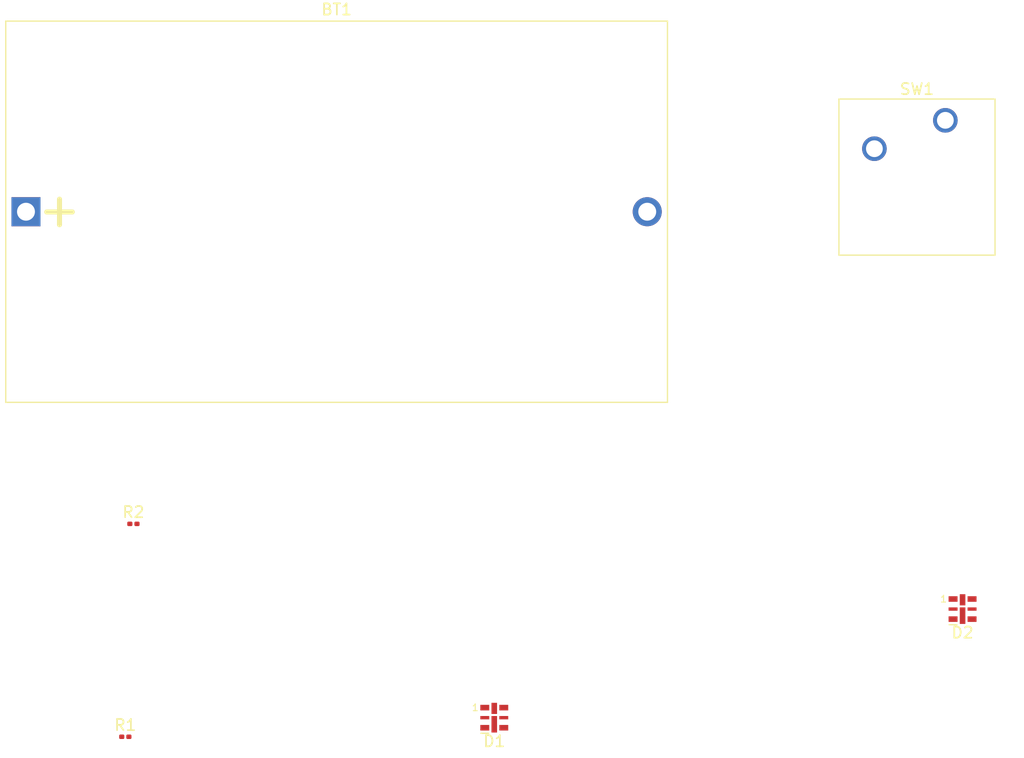
<source format=kicad_pcb>
(kicad_pcb (version 20171130) (host pcbnew "(5.1.7)-1")

  (general
    (thickness 1.6)
    (drawings 0)
    (tracks 0)
    (zones 0)
    (modules 6)
    (nets 6)
  )

  (page A4)
  (layers
    (0 F.Cu signal)
    (31 B.Cu signal)
    (32 B.Adhes user)
    (33 F.Adhes user)
    (34 B.Paste user)
    (35 F.Paste user)
    (36 B.SilkS user)
    (37 F.SilkS user)
    (38 B.Mask user)
    (39 F.Mask user)
    (40 Dwgs.User user)
    (41 Cmts.User user)
    (42 Eco1.User user)
    (43 Eco2.User user)
    (44 Edge.Cuts user)
    (45 Margin user)
    (46 B.CrtYd user)
    (47 F.CrtYd user)
    (48 B.Fab user)
    (49 F.Fab user)
  )

  (setup
    (last_trace_width 0.25)
    (trace_clearance 0.2)
    (zone_clearance 0.508)
    (zone_45_only no)
    (trace_min 0.2)
    (via_size 0.8)
    (via_drill 0.4)
    (via_min_size 0.4)
    (via_min_drill 0.3)
    (uvia_size 0.3)
    (uvia_drill 0.1)
    (uvias_allowed no)
    (uvia_min_size 0.2)
    (uvia_min_drill 0.1)
    (edge_width 0.05)
    (segment_width 0.2)
    (pcb_text_width 0.3)
    (pcb_text_size 1.5 1.5)
    (mod_edge_width 0.12)
    (mod_text_size 1 1)
    (mod_text_width 0.15)
    (pad_size 1.524 1.524)
    (pad_drill 0.762)
    (pad_to_mask_clearance 0)
    (aux_axis_origin 0 0)
    (visible_elements FFFFFF7F)
    (pcbplotparams
      (layerselection 0x010fc_ffffffff)
      (usegerberextensions false)
      (usegerberattributes true)
      (usegerberadvancedattributes true)
      (creategerberjobfile true)
      (excludeedgelayer true)
      (linewidth 0.100000)
      (plotframeref false)
      (viasonmask false)
      (mode 1)
      (useauxorigin false)
      (hpglpennumber 1)
      (hpglpenspeed 20)
      (hpglpendiameter 15.000000)
      (psnegative false)
      (psa4output false)
      (plotreference true)
      (plotvalue true)
      (plotinvisibletext false)
      (padsonsilk false)
      (subtractmaskfromsilk false)
      (outputformat 1)
      (mirror false)
      (drillshape 1)
      (scaleselection 1)
      (outputdirectory ""))
  )

  (net 0 "")
  (net 1 "Net-(BT1-Pad2)")
  (net 2 "Net-(BT1-Pad1)")
  (net 3 "Net-(D1-Pad2)")
  (net 4 "Net-(D2-Pad2)")
  (net 5 "Net-(R1-Pad1)")

  (net_class Default "This is the default net class."
    (clearance 0.2)
    (trace_width 0.25)
    (via_dia 0.8)
    (via_drill 0.4)
    (uvia_dia 0.3)
    (uvia_drill 0.1)
    (add_net "Net-(BT1-Pad1)")
    (add_net "Net-(BT1-Pad2)")
    (add_net "Net-(D1-Pad2)")
    (add_net "Net-(D2-Pad2)")
    (add_net "Net-(R1-Pad1)")
  )

  (module Battery:BatteryHolder_Bulgin_BX0036_1xC (layer F.Cu) (tedit 5C0C1564) (tstamp 5FA64EED)
    (at 97.79 71.12)
    (descr "Bulgin Battery Holder, BX0036, Battery Type C (https://www.bulgin.com/products/pub/media/bulgin/data/Battery_holders.pdf)")
    (tags "Bulgin BX0036")
    (path /5FA65DEE)
    (fp_text reference BT1 (at 27.8 -18.1) (layer F.SilkS)
      (effects (font (size 1 1) (thickness 0.15)))
    )
    (fp_text value 5V (at 27.8 1) (layer F.Fab)
      (effects (font (size 1 1) (thickness 0.15)))
    )
    (fp_line (start -1.81 17.06) (end 57.41 17.06) (layer F.SilkS) (width 0.12))
    (fp_line (start -1.81 -17.06) (end 57.41 -17.06) (layer F.SilkS) (width 0.12))
    (fp_line (start 57.41 -17.06) (end 57.41 17.06) (layer F.SilkS) (width 0.12))
    (fp_line (start -1.81 -17.06) (end -1.81 17.06) (layer F.SilkS) (width 0.12))
    (fp_line (start -2.3 17.5) (end -2.3 -17.5) (layer F.CrtYd) (width 0.05))
    (fp_line (start 57.9 17.5) (end -2.3 17.5) (layer F.CrtYd) (width 0.05))
    (fp_line (start 57.9 -17.5) (end 57.9 17.5) (layer F.CrtYd) (width 0.05))
    (fp_line (start -2.3 -17.5) (end 57.9 -17.5) (layer F.CrtYd) (width 0.05))
    (fp_line (start -1.75 -17) (end 57.35 -17) (layer F.Fab) (width 0.1))
    (fp_line (start 57.35 -17) (end 57.35 17) (layer F.Fab) (width 0.1))
    (fp_line (start 57.35 17) (end -1.75 17) (layer F.Fab) (width 0.1))
    (fp_line (start -1.75 17) (end -1.75 -17) (layer F.Fab) (width 0.1))
    (fp_text user + (at 3 -0.2) (layer F.SilkS)
      (effects (font (size 3 3) (thickness 0.45)))
    )
    (fp_text user %R (at 27.8 -1) (layer F.Fab)
      (effects (font (size 1 1) (thickness 0.1)))
    )
    (pad 2 thru_hole circle (at 55.6 0) (size 2.6 2.6) (drill 1.6) (layers *.Cu *.Mask)
      (net 1 "Net-(BT1-Pad2)"))
    (pad 1 thru_hole rect (at 0 0) (size 2.6 2.6) (drill 1.6) (layers *.Cu *.Mask)
      (net 2 "Net-(BT1-Pad1)"))
    (pad "" np_thru_hole circle (at 11.9 0) (size 3.8 3.8) (drill 3.8) (layers *.Cu *.Mask))
    (pad "" np_thru_hole circle (at 43.7 0) (size 3.8 3.8) (drill 3.8) (layers *.Cu *.Mask))
    (model ${KISYS3DMOD}/Battery.3dshapes/BatteryHolder_Bulgin_BX0036_1xC.wrl
      (at (xyz 0 0 0))
      (scale (xyz 1 1 1))
      (rotate (xyz 0 0 0))
    )
  )

  (module LED_SMD:LED-APA102-2020 (layer F.Cu) (tedit 5CADBF17) (tstamp 5FA64F0D)
    (at 139.7 116.4)
    (descr http://www.led-color.com/upload/201604/APA102-2020%20SMD%20LED.pdf)
    (tags "LED RGB SPI")
    (path /5FA69834)
    (attr smd)
    (fp_text reference D1 (at 0 2.11) (layer F.SilkS)
      (effects (font (size 1 1) (thickness 0.15)))
    )
    (fp_text value LED (at 0 -2) (layer F.Fab)
      (effects (font (size 1 1) (thickness 0.15)))
    )
    (fp_text user 1 (at -1.7 -0.9) (layer F.SilkS)
      (effects (font (size 0.6 0.6) (thickness 0.1)))
    )
    (fp_text user %R (at 0 0) (layer F.Fab)
      (effects (font (size 0.3 0.3) (thickness 0.07)))
    )
    (fp_line (start -1 -1) (end 1 -1) (layer F.Fab) (width 0.1))
    (fp_line (start 1 -1) (end 1 1) (layer F.Fab) (width 0.1))
    (fp_line (start 1 1) (end -0.5 1) (layer F.Fab) (width 0.1))
    (fp_line (start -1 0.5) (end -1 -1) (layer F.Fab) (width 0.1))
    (fp_line (start 1.5 -1.4) (end 1.5 1.4) (layer F.CrtYd) (width 0.05))
    (fp_line (start -1.2 1.4) (end -0.5 1.4) (layer F.SilkS) (width 0.12))
    (fp_line (start -1 0.5) (end -0.5 1) (layer F.Fab) (width 0.1))
    (fp_line (start -1.5 -1.4) (end -1.5 1.4) (layer F.CrtYd) (width 0.05))
    (fp_line (start -0.5 1.4) (end -0.5 1.58) (layer F.CrtYd) (width 0.05))
    (fp_line (start -0.5 1.58) (end 0.5 1.58) (layer F.CrtYd) (width 0.05))
    (fp_line (start 0.5 1.58) (end 0.5 1.4) (layer F.CrtYd) (width 0.05))
    (fp_line (start -0.5 -1.4) (end -0.5 -1.58) (layer F.CrtYd) (width 0.05))
    (fp_line (start -0.5 -1.58) (end 0.5 -1.58) (layer F.CrtYd) (width 0.05))
    (fp_line (start 0.5 -1.58) (end 0.5 -1.4) (layer F.CrtYd) (width 0.05))
    (fp_line (start 0.5 -1.4) (end 1.5 -1.4) (layer F.CrtYd) (width 0.05))
    (fp_line (start -1.5 -1.4) (end -0.5 -1.4) (layer F.CrtYd) (width 0.05))
    (fp_line (start -0.5 1.4) (end -1.5 1.4) (layer F.CrtYd) (width 0.05))
    (fp_line (start 1.5 1.4) (end 0.5 1.4) (layer F.CrtYd) (width 0.05))
    (pad 6 smd rect (at 0 0.59 90) (size 1.48 0.5) (layers F.Cu F.Paste F.Mask))
    (pad 1 smd rect (at 0 -0.83 90) (size 1 0.5) (layers F.Cu F.Paste F.Mask)
      (net 1 "Net-(BT1-Pad2)"))
    (pad 6 smd rect (at 0.85 -0.9) (size 0.8 0.5) (layers F.Cu F.Paste F.Mask))
    (pad 4 smd rect (at 0.85 0.9) (size 0.8 0.5) (layers F.Cu F.Paste F.Mask))
    (pad 5 smd rect (at 0.85 0) (size 0.8 0.3) (layers F.Cu F.Paste F.Mask))
    (pad 3 smd rect (at -0.85 0.9) (size 0.8 0.5) (layers F.Cu F.Paste F.Mask))
    (pad 2 smd rect (at -0.85 0) (size 0.8 0.3) (layers F.Cu F.Paste F.Mask)
      (net 3 "Net-(D1-Pad2)"))
    (pad 1 smd rect (at -0.85 -0.9) (size 0.8 0.5) (layers F.Cu F.Paste F.Mask)
      (net 1 "Net-(BT1-Pad2)"))
    (model ${KISYS3DMOD}/LED_SMD.3dshapes/LED-APA102-2020.wrl
      (at (xyz 0 0 0))
      (scale (xyz 1 1 1))
      (rotate (xyz 0 0 0))
    )
  )

  (module LED_SMD:LED-APA102-2020 (layer F.Cu) (tedit 5CADBF17) (tstamp 5FA64F2D)
    (at 181.61 106.68)
    (descr http://www.led-color.com/upload/201604/APA102-2020%20SMD%20LED.pdf)
    (tags "LED RGB SPI")
    (path /5FA68C19)
    (attr smd)
    (fp_text reference D2 (at 0 2.11) (layer F.SilkS)
      (effects (font (size 1 1) (thickness 0.15)))
    )
    (fp_text value LED (at 0 -2) (layer F.Fab)
      (effects (font (size 1 1) (thickness 0.15)))
    )
    (fp_line (start 1.5 1.4) (end 0.5 1.4) (layer F.CrtYd) (width 0.05))
    (fp_line (start -0.5 1.4) (end -1.5 1.4) (layer F.CrtYd) (width 0.05))
    (fp_line (start -1.5 -1.4) (end -0.5 -1.4) (layer F.CrtYd) (width 0.05))
    (fp_line (start 0.5 -1.4) (end 1.5 -1.4) (layer F.CrtYd) (width 0.05))
    (fp_line (start 0.5 -1.58) (end 0.5 -1.4) (layer F.CrtYd) (width 0.05))
    (fp_line (start -0.5 -1.58) (end 0.5 -1.58) (layer F.CrtYd) (width 0.05))
    (fp_line (start -0.5 -1.4) (end -0.5 -1.58) (layer F.CrtYd) (width 0.05))
    (fp_line (start 0.5 1.58) (end 0.5 1.4) (layer F.CrtYd) (width 0.05))
    (fp_line (start -0.5 1.58) (end 0.5 1.58) (layer F.CrtYd) (width 0.05))
    (fp_line (start -0.5 1.4) (end -0.5 1.58) (layer F.CrtYd) (width 0.05))
    (fp_line (start -1.5 -1.4) (end -1.5 1.4) (layer F.CrtYd) (width 0.05))
    (fp_line (start -1 0.5) (end -0.5 1) (layer F.Fab) (width 0.1))
    (fp_line (start -1.2 1.4) (end -0.5 1.4) (layer F.SilkS) (width 0.12))
    (fp_line (start 1.5 -1.4) (end 1.5 1.4) (layer F.CrtYd) (width 0.05))
    (fp_line (start -1 0.5) (end -1 -1) (layer F.Fab) (width 0.1))
    (fp_line (start 1 1) (end -0.5 1) (layer F.Fab) (width 0.1))
    (fp_line (start 1 -1) (end 1 1) (layer F.Fab) (width 0.1))
    (fp_line (start -1 -1) (end 1 -1) (layer F.Fab) (width 0.1))
    (fp_text user %R (at 0 0) (layer F.Fab)
      (effects (font (size 0.3 0.3) (thickness 0.07)))
    )
    (fp_text user 1 (at -1.7 -0.9) (layer F.SilkS)
      (effects (font (size 0.6 0.6) (thickness 0.1)))
    )
    (pad 1 smd rect (at -0.85 -0.9) (size 0.8 0.5) (layers F.Cu F.Paste F.Mask)
      (net 1 "Net-(BT1-Pad2)"))
    (pad 2 smd rect (at -0.85 0) (size 0.8 0.3) (layers F.Cu F.Paste F.Mask)
      (net 4 "Net-(D2-Pad2)"))
    (pad 3 smd rect (at -0.85 0.9) (size 0.8 0.5) (layers F.Cu F.Paste F.Mask))
    (pad 5 smd rect (at 0.85 0) (size 0.8 0.3) (layers F.Cu F.Paste F.Mask))
    (pad 4 smd rect (at 0.85 0.9) (size 0.8 0.5) (layers F.Cu F.Paste F.Mask))
    (pad 6 smd rect (at 0.85 -0.9) (size 0.8 0.5) (layers F.Cu F.Paste F.Mask))
    (pad 1 smd rect (at 0 -0.83 90) (size 1 0.5) (layers F.Cu F.Paste F.Mask)
      (net 1 "Net-(BT1-Pad2)"))
    (pad 6 smd rect (at 0 0.59 90) (size 1.48 0.5) (layers F.Cu F.Paste F.Mask))
    (model ${KISYS3DMOD}/LED_SMD.3dshapes/LED-APA102-2020.wrl
      (at (xyz 0 0 0))
      (scale (xyz 1 1 1))
      (rotate (xyz 0 0 0))
    )
  )

  (module Resistor_SMD:R_0201_0603Metric (layer F.Cu) (tedit 5F68FEEE) (tstamp 5FA64F3E)
    (at 106.68 118.11)
    (descr "Resistor SMD 0201 (0603 Metric), square (rectangular) end terminal, IPC_7351 nominal, (Body size source: https://www.vishay.com/docs/20052/crcw0201e3.pdf), generated with kicad-footprint-generator")
    (tags resistor)
    (path /5FA67C54)
    (attr smd)
    (fp_text reference R1 (at 0 -1.05) (layer F.SilkS)
      (effects (font (size 1 1) (thickness 0.15)))
    )
    (fp_text value "100 ohm" (at 0 1.05) (layer F.Fab)
      (effects (font (size 1 1) (thickness 0.15)))
    )
    (fp_line (start 0.7 0.35) (end -0.7 0.35) (layer F.CrtYd) (width 0.05))
    (fp_line (start 0.7 -0.35) (end 0.7 0.35) (layer F.CrtYd) (width 0.05))
    (fp_line (start -0.7 -0.35) (end 0.7 -0.35) (layer F.CrtYd) (width 0.05))
    (fp_line (start -0.7 0.35) (end -0.7 -0.35) (layer F.CrtYd) (width 0.05))
    (fp_line (start 0.3 0.15) (end -0.3 0.15) (layer F.Fab) (width 0.1))
    (fp_line (start 0.3 -0.15) (end 0.3 0.15) (layer F.Fab) (width 0.1))
    (fp_line (start -0.3 -0.15) (end 0.3 -0.15) (layer F.Fab) (width 0.1))
    (fp_line (start -0.3 0.15) (end -0.3 -0.15) (layer F.Fab) (width 0.1))
    (fp_text user %R (at 0 -0.68) (layer F.Fab)
      (effects (font (size 0.25 0.25) (thickness 0.04)))
    )
    (pad "" smd roundrect (at -0.345 0) (size 0.318 0.36) (layers F.Paste) (roundrect_rratio 0.25))
    (pad "" smd roundrect (at 0.345 0) (size 0.318 0.36) (layers F.Paste) (roundrect_rratio 0.25))
    (pad 1 smd roundrect (at -0.32 0) (size 0.46 0.4) (layers F.Cu F.Mask) (roundrect_rratio 0.25)
      (net 5 "Net-(R1-Pad1)"))
    (pad 2 smd roundrect (at 0.32 0) (size 0.46 0.4) (layers F.Cu F.Mask) (roundrect_rratio 0.25)
      (net 3 "Net-(D1-Pad2)"))
    (model ${KISYS3DMOD}/Resistor_SMD.3dshapes/R_0201_0603Metric.wrl
      (at (xyz 0 0 0))
      (scale (xyz 1 1 1))
      (rotate (xyz 0 0 0))
    )
  )

  (module Resistor_SMD:R_0201_0603Metric (layer F.Cu) (tedit 5F68FEEE) (tstamp 5FA64F4F)
    (at 107.405001 99.055001)
    (descr "Resistor SMD 0201 (0603 Metric), square (rectangular) end terminal, IPC_7351 nominal, (Body size source: https://www.vishay.com/docs/20052/crcw0201e3.pdf), generated with kicad-footprint-generator")
    (tags resistor)
    (path /5FA68694)
    (attr smd)
    (fp_text reference R2 (at 0 -1.05) (layer F.SilkS)
      (effects (font (size 1 1) (thickness 0.15)))
    )
    (fp_text value "100 ohm" (at 0 1.05) (layer F.Fab)
      (effects (font (size 1 1) (thickness 0.15)))
    )
    (fp_text user %R (at 0 -0.68) (layer F.Fab)
      (effects (font (size 0.25 0.25) (thickness 0.04)))
    )
    (fp_line (start -0.3 0.15) (end -0.3 -0.15) (layer F.Fab) (width 0.1))
    (fp_line (start -0.3 -0.15) (end 0.3 -0.15) (layer F.Fab) (width 0.1))
    (fp_line (start 0.3 -0.15) (end 0.3 0.15) (layer F.Fab) (width 0.1))
    (fp_line (start 0.3 0.15) (end -0.3 0.15) (layer F.Fab) (width 0.1))
    (fp_line (start -0.7 0.35) (end -0.7 -0.35) (layer F.CrtYd) (width 0.05))
    (fp_line (start -0.7 -0.35) (end 0.7 -0.35) (layer F.CrtYd) (width 0.05))
    (fp_line (start 0.7 -0.35) (end 0.7 0.35) (layer F.CrtYd) (width 0.05))
    (fp_line (start 0.7 0.35) (end -0.7 0.35) (layer F.CrtYd) (width 0.05))
    (pad 2 smd roundrect (at 0.32 0) (size 0.46 0.4) (layers F.Cu F.Mask) (roundrect_rratio 0.25)
      (net 4 "Net-(D2-Pad2)"))
    (pad 1 smd roundrect (at -0.32 0) (size 0.46 0.4) (layers F.Cu F.Mask) (roundrect_rratio 0.25)
      (net 5 "Net-(R1-Pad1)"))
    (pad "" smd roundrect (at 0.345 0) (size 0.318 0.36) (layers F.Paste) (roundrect_rratio 0.25))
    (pad "" smd roundrect (at -0.345 0) (size 0.318 0.36) (layers F.Paste) (roundrect_rratio 0.25))
    (model ${KISYS3DMOD}/Resistor_SMD.3dshapes/R_0201_0603Metric.wrl
      (at (xyz 0 0 0))
      (scale (xyz 1 1 1))
      (rotate (xyz 0 0 0))
    )
  )

  (module Button_Switch_Keyboard:SW_Cherry_MX_1.00u_PCB (layer F.Cu) (tedit 5A02FE24) (tstamp 5FA64F69)
    (at 180.070001 62.940001)
    (descr "Cherry MX keyswitch, 1.00u, PCB mount, http://cherryamericas.com/wp-content/uploads/2014/12/mx_cat.pdf")
    (tags "Cherry MX keyswitch 1.00u PCB")
    (path /5FA66DEC)
    (fp_text reference SW1 (at -2.54 -2.794) (layer F.SilkS)
      (effects (font (size 1 1) (thickness 0.15)))
    )
    (fp_text value ON/OFF (at -2.54 12.954) (layer F.Fab)
      (effects (font (size 1 1) (thickness 0.15)))
    )
    (fp_line (start -9.525 12.065) (end -9.525 -1.905) (layer F.SilkS) (width 0.12))
    (fp_line (start 4.445 12.065) (end -9.525 12.065) (layer F.SilkS) (width 0.12))
    (fp_line (start 4.445 -1.905) (end 4.445 12.065) (layer F.SilkS) (width 0.12))
    (fp_line (start -9.525 -1.905) (end 4.445 -1.905) (layer F.SilkS) (width 0.12))
    (fp_line (start -12.065 14.605) (end -12.065 -4.445) (layer Dwgs.User) (width 0.15))
    (fp_line (start 6.985 14.605) (end -12.065 14.605) (layer Dwgs.User) (width 0.15))
    (fp_line (start 6.985 -4.445) (end 6.985 14.605) (layer Dwgs.User) (width 0.15))
    (fp_line (start -12.065 -4.445) (end 6.985 -4.445) (layer Dwgs.User) (width 0.15))
    (fp_line (start -9.14 -1.52) (end 4.06 -1.52) (layer F.CrtYd) (width 0.05))
    (fp_line (start 4.06 -1.52) (end 4.06 11.68) (layer F.CrtYd) (width 0.05))
    (fp_line (start 4.06 11.68) (end -9.14 11.68) (layer F.CrtYd) (width 0.05))
    (fp_line (start -9.14 11.68) (end -9.14 -1.52) (layer F.CrtYd) (width 0.05))
    (fp_line (start -8.89 11.43) (end -8.89 -1.27) (layer F.Fab) (width 0.1))
    (fp_line (start 3.81 11.43) (end -8.89 11.43) (layer F.Fab) (width 0.1))
    (fp_line (start 3.81 -1.27) (end 3.81 11.43) (layer F.Fab) (width 0.1))
    (fp_line (start -8.89 -1.27) (end 3.81 -1.27) (layer F.Fab) (width 0.1))
    (fp_text user %R (at -2.54 -2.794) (layer F.Fab)
      (effects (font (size 1 1) (thickness 0.15)))
    )
    (pad 1 thru_hole circle (at 0 0) (size 2.2 2.2) (drill 1.5) (layers *.Cu *.Mask)
      (net 2 "Net-(BT1-Pad1)"))
    (pad 2 thru_hole circle (at -6.35 2.54) (size 2.2 2.2) (drill 1.5) (layers *.Cu *.Mask)
      (net 5 "Net-(R1-Pad1)"))
    (pad "" np_thru_hole circle (at -2.54 5.08) (size 4 4) (drill 4) (layers *.Cu *.Mask))
    (pad "" np_thru_hole circle (at -7.62 5.08) (size 1.7 1.7) (drill 1.7) (layers *.Cu *.Mask))
    (pad "" np_thru_hole circle (at 2.54 5.08) (size 1.7 1.7) (drill 1.7) (layers *.Cu *.Mask))
    (model ${KISYS3DMOD}/Button_Switch_Keyboard.3dshapes/SW_Cherry_MX_1.00u_PCB.wrl
      (at (xyz 0 0 0))
      (scale (xyz 1 1 1))
      (rotate (xyz 0 0 0))
    )
  )

)

</source>
